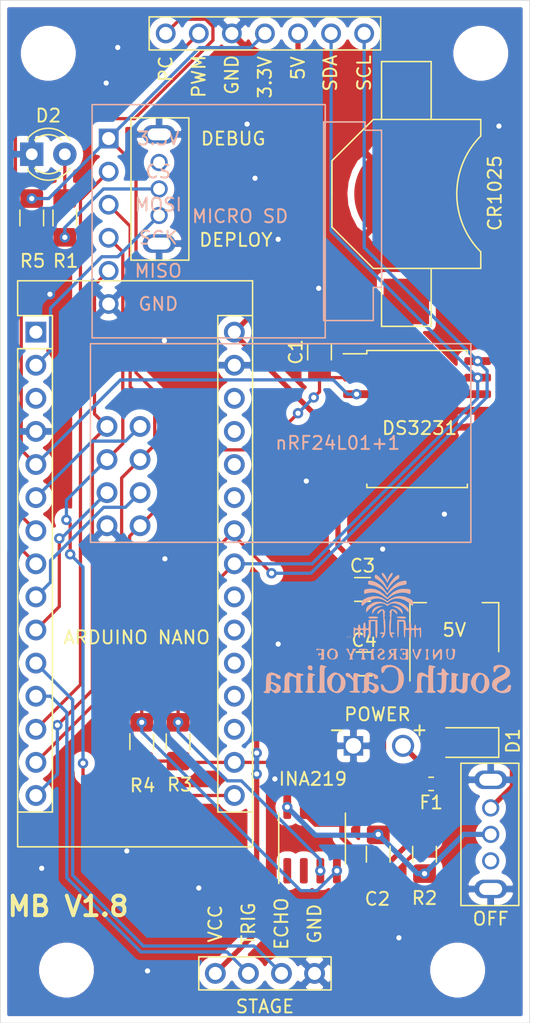
<source format=kicad_pcb>
(kicad_pcb (version 20171130) (host pcbnew "(5.1.6)-1")
  (layers (0 F.Cu signal) (31 B.Cu signal) (34 B.Paste user) (35 F.Paste user) (36 B.SilkS user) (37 F.SilkS user) (38 B.Mask user) (39 F.Mask user) (44 Edge.Cuts user))
  (net 0 "")
  (net 1 GND)
  (net 2 "Net-(D1-Pad2)")
  (net 3 "Net-(F1-Pad2)")
  (net 4 "Net-(switch1-Pad3)")
  (net 5 "Net-(BT1-Pad1)")
  (net 6 "Net-(U2-Pad1)")
  (net 7 "Net-(U2-Pad4)")
  (net 8 "Net-(A1-Pad1)")
  (net 9 "Net-(A1-Pad17)")
  (net 10 "Net-(A1-Pad2)")
  (net 11 "Net-(A1-Pad18)")
  (net 12 "Net-(A1-Pad3)")
  (net 13 "Net-(A1-Pad19)")
  (net 14 "Net-(A1-Pad20)")
  (net 15 "Net-(A1-Pad5)")
  (net 16 "Net-(A1-Pad21)")
  (net 17 "Net-(A1-Pad6)")
  (net 18 "Net-(A1-Pad22)")
  (net 19 "Net-(A1-Pad7)")
  (net 20 "Net-(A1-Pad23)")
  (net 21 "Net-(A1-Pad8)")
  (net 22 "Net-(A1-Pad24)")
  (net 23 "Net-(A1-Pad9)")
  (net 24 "Net-(A1-Pad25)")
  (net 25 "Net-(A1-Pad10)")
  (net 26 "Net-(A1-Pad26)")
  (net 27 "Net-(A1-Pad11)")
  (net 28 "Net-(A1-Pad27)")
  (net 29 "Net-(A1-Pad12)")
  (net 30 "Net-(A1-Pad28)")
  (net 31 "Net-(A1-Pad13)")
  (net 32 "Net-(A1-Pad14)")
  (net 33 "Net-(A1-Pad15)")
  (net 34 "Net-(A1-Pad16)")
  (net 35 "Net-(C2-Pad1)")
  (net 36 "Net-(C2-Pad2)")
  (net 37 "Net-(U3-Pad1)")
  (net 38 "Net-(U3-Pad2)")
  (net 39 "Net-(A1-Pad30)")
  (net 40 "Net-(D1-Pad1)")
  (net 41 "Net-(D2-Pad2)")
  (net 42 "Net-(R1-Pad1)")
  (net 43 "Net-(switch2-Pad3)")
  (module custom:small_microSD_v2 (layer F.Cu) (at 142.3035 88.9635 90)
    (fp_text reference "MICRO SD" (at 1.016 13.2715 180) (layer B.SilkS))
    (fp_text value small_microSD)
    (fp_text user MISO (at -3.175 6.985) (layer B.SilkS))
    (fp_text user CS (at 4.445 6.985) (layer B.SilkS))
    (fp_text user MOSI (at 1.905 6.985) (layer B.SilkS))
    (fp_text user 3.3V (at 6.985 6.985) (layer B.SilkS))
    (fp_text user SCK (at -0.635 6.985) (layer B.SilkS))
    (fp_text user GND (at -5.715 6.985) (layer B.SilkS))
    (pad 5 thru_hole circle (at -3.175 3.175 90) (size 1.524 1.524) (drill 1) (layers *.Cu *.Mask) (net 33 "Net-(A1-Pad15)"))
    (pad 2 thru_hole circle (at 4.445 3.175 90) (size 1.524 1.524) (drill 1) (layers *.Cu *.Mask) (net 31 "Net-(A1-Pad13)"))
    (pad 1 thru_hole rect (at 6.985 3.175 90) (size 1.524 1.524) (drill 1) (layers *.Cu *.Mask) (net 9 "Net-(A1-Pad17)"))
    (pad 3 thru_hole circle (at 1.905 3.175 90) (size 1.524 1.524) (drill 1) (layers *.Cu *.Mask) (net 32 "Net-(A1-Pad14)"))
    (pad 4 thru_hole circle (at -0.635 3.175 90) (size 1.524 1.524) (drill 1) (layers *.Cu *.Mask) (net 34 "Net-(A1-Pad16)"))
    (pad 6 thru_hole circle (at -5.715 3.175 90) (size 1.524 1.524) (drill 1) (layers *.Cu *.Mask) (net 1 GND))
  )
  (module ARTS-Lab:grounded_switch (layer F.Cu) (at 144.272 85.852 90)
    (fp_text reference switch2 hide)
    (fp_text value grounded_switch)
    (pad 1 thru_hole circle (at -2.032 5.08 90) (size 1.324 1.324) (drill 0.914) (layers *.Cu *.Mask) (net 10 "Net-(A1-Pad2)"))
    (pad 2 thru_hole circle (at 0 5.08 90) (size 1.324 1.324) (drill 0.914) (layers *.Cu *.Mask) (net 42 "Net-(R1-Pad1)"))
    (pad 3 thru_hole circle (at 2.032 5.08 90) (size 1.324 1.324) (drill 0.914) (layers *.Cu *.Mask) (net 43 "Net-(switch2-Pad3)"))
    (pad 4 thru_hole oval (at -4.191 5.08 180) (size 2.524 1.424) (drill oval 1.76 0.914) (layers *.Cu *.Mask) (net 1 GND))
    (pad 5 thru_hole oval (at 4.191 5.08 180) (size 2.524 1.424) (drill oval 1.76 0.914) (layers *.Cu *.Mask) (net 1 GND))
  )
  (module UofSC_logo:uofsc_logo_0_75in (layer B.Cu) (at 166.878 119.888 180)
    (fp_text reference G*** hide)
    (fp_text value LOGO hide)
  )
  (module MountingHole:MountingHole_3.2mm_M3 (layer F.Cu) (at 140.843 75.438)
    (fp_text reference REF** hide)
    (fp_text value MountingHole_3.2mm_M3)
    (pad 1 np_thru_hole circle (at 0 0) (size 3.2 3.2) (drill 3.2) (layers *.Cu *.Mask))
  )
  (module MountingHole:MountingHole_3.2mm_M3 (layer F.Cu) (at 172.2755 145.796)
    (fp_text reference REF** hide)
    (fp_text value MountingHole_3.2mm_M3)
    (pad 1 np_thru_hole circle (at 0 0) (size 3.2 3.2) (drill 3.2) (layers *.Cu *.Mask))
  )
  (module MountingHole:MountingHole_3.2mm_M3 (layer F.Cu) (at 174.0535 75.438)
    (fp_text reference REF** hide)
    (fp_text value MountingHole_3.2mm_M3)
    (pad 1 np_thru_hole circle (at 0 0) (size 3.2 3.2) (drill 3.2) (layers *.Cu *.Mask))
  )
  (module MountingHole:MountingHole_3.2mm_M3 (layer F.Cu) (at 142.24 145.796)
    (fp_text reference REF** hide)
    (fp_text value MountingHole_3.2mm_M3)
    (pad 1 np_thru_hole circle (at 0 0) (size 3.2 3.2) (drill 3.2) (layers *.Cu *.Mask))
  )
  (module Module:Arduino_Nano (layer F.Cu) (at 139.8905 96.8375)
    (fp_text reference "ARDUINO NANO" (at 7.747 23.4315) (layer F.SilkS))
    (fp_text value Arduino_Nano_v2.x-MCU_Module)
    (pad 1 thru_hole rect (at 0 0) (size 1.6 1.6) (drill 1) (layers *.Cu *.Mask) (net 8 "Net-(A1-Pad1)"))
    (pad 17 thru_hole oval (at 15.24 33.02) (size 1.6 1.6) (drill 1) (layers *.Cu *.Mask) (net 9 "Net-(A1-Pad17)"))
    (pad 2 thru_hole oval (at 0 2.54) (size 1.6 1.6) (drill 1) (layers *.Cu *.Mask) (net 10 "Net-(A1-Pad2)"))
    (pad 18 thru_hole oval (at 15.24 30.48) (size 1.6 1.6) (drill 1) (layers *.Cu *.Mask) (net 11 "Net-(A1-Pad18)"))
    (pad 3 thru_hole oval (at 0 5.08) (size 1.6 1.6) (drill 1) (layers *.Cu *.Mask) (net 12 "Net-(A1-Pad3)"))
    (pad 19 thru_hole oval (at 15.24 27.94) (size 1.6 1.6) (drill 1) (layers *.Cu *.Mask) (net 13 "Net-(A1-Pad19)"))
    (pad 4 thru_hole oval (at 0 7.62) (size 1.6 1.6) (drill 1) (layers *.Cu *.Mask) (net 1 GND))
    (pad 20 thru_hole oval (at 15.24 25.4) (size 1.6 1.6) (drill 1) (layers *.Cu *.Mask) (net 14 "Net-(A1-Pad20)"))
    (pad 5 thru_hole oval (at 0 10.16) (size 1.6 1.6) (drill 1) (layers *.Cu *.Mask) (net 15 "Net-(A1-Pad5)"))
    (pad 21 thru_hole oval (at 15.24 22.86) (size 1.6 1.6) (drill 1) (layers *.Cu *.Mask) (net 16 "Net-(A1-Pad21)"))
    (pad 6 thru_hole oval (at 0 12.7) (size 1.6 1.6) (drill 1) (layers *.Cu *.Mask) (net 17 "Net-(A1-Pad6)"))
    (pad 22 thru_hole oval (at 15.24 20.32) (size 1.6 1.6) (drill 1) (layers *.Cu *.Mask) (net 18 "Net-(A1-Pad22)"))
    (pad 7 thru_hole oval (at 0 15.24) (size 1.6 1.6) (drill 1) (layers *.Cu *.Mask) (net 19 "Net-(A1-Pad7)"))
    (pad 23 thru_hole oval (at 15.24 17.78) (size 1.6 1.6) (drill 1) (layers *.Cu *.Mask) (net 20 "Net-(A1-Pad23)"))
    (pad 8 thru_hole oval (at 0 17.78) (size 1.6 1.6) (drill 1) (layers *.Cu *.Mask) (net 21 "Net-(A1-Pad8)"))
    (pad 24 thru_hole oval (at 15.24 15.24) (size 1.6 1.6) (drill 1) (layers *.Cu *.Mask) (net 22 "Net-(A1-Pad24)"))
    (pad 9 thru_hole oval (at 0 20.32) (size 1.6 1.6) (drill 1) (layers *.Cu *.Mask) (net 23 "Net-(A1-Pad9)"))
    (pad 25 thru_hole oval (at 15.24 12.7) (size 1.6 1.6) (drill 1) (layers *.Cu *.Mask) (net 24 "Net-(A1-Pad25)"))
    (pad 10 thru_hole oval (at 0 22.86) (size 1.6 1.6) (drill 1) (layers *.Cu *.Mask) (net 25 "Net-(A1-Pad10)"))
    (pad 26 thru_hole oval (at 15.24 10.16) (size 1.6 1.6) (drill 1) (layers *.Cu *.Mask) (net 26 "Net-(A1-Pad26)"))
    (pad 11 thru_hole oval (at 0 25.4) (size 1.6 1.6) (drill 1) (layers *.Cu *.Mask) (net 27 "Net-(A1-Pad11)"))
    (pad 27 thru_hole oval (at 15.24 7.62) (size 1.6 1.6) (drill 1) (layers *.Cu *.Mask) (net 28 "Net-(A1-Pad27)"))
    (pad 12 thru_hole oval (at 0 27.94) (size 1.6 1.6) (drill 1) (layers *.Cu *.Mask) (net 29 "Net-(A1-Pad12)"))
    (pad 28 thru_hole oval (at 15.24 5.08) (size 1.6 1.6) (drill 1) (layers *.Cu *.Mask) (net 30 "Net-(A1-Pad28)"))
    (pad 13 thru_hole oval (at 0 30.48) (size 1.6 1.6) (drill 1) (layers *.Cu *.Mask) (net 31 "Net-(A1-Pad13)"))
    (pad 29 thru_hole oval (at 15.24 2.54) (size 1.6 1.6) (drill 1) (layers *.Cu *.Mask) (net 1 GND))
    (pad 14 thru_hole oval (at 0 33.02) (size 1.6 1.6) (drill 1) (layers *.Cu *.Mask) (net 32 "Net-(A1-Pad14)"))
    (pad 30 thru_hole oval (at 15.24 0) (size 1.6 1.6) (drill 1) (layers *.Cu *.Mask) (net 39 "Net-(A1-Pad30)"))
    (pad 15 thru_hole oval (at 0 35.56) (size 1.6 1.6) (drill 1) (layers *.Cu *.Mask) (net 33 "Net-(A1-Pad15)"))
    (pad 16 thru_hole oval (at 15.24 35.56) (size 1.6 1.6) (drill 1) (layers *.Cu *.Mask) (net 34 "Net-(A1-Pad16)"))
  )
  (module custom:battery_holder_10mm (layer F.Cu) (at 168.3385 86.233 270)
    (fp_text reference CR1025 (at -0.0635 -6.7945 90) (layer F.SilkS))
    (fp_text value Battery_Cell)
    (pad 1 smd rect (at 8.255 0 180) (size 3.5 3.5) (layers F.Cu F.Mask) (net 5 "Net-(BT1-Pad1)"))
    (pad 1 smd rect (at -8.255 0 180) (size 3.5 3.5) (layers F.Cu F.Mask) (net 5 "Net-(BT1-Pad1)"))
    (pad 2 smd circle (at 0 0 180) (size 8 8) (layers F.Cu F.Mask) (net 1 GND))
  )
  (module Capacitor_SMD:C_1206_3216Metric_Pad1.42x1.75mm_HandSolder (layer F.Cu) (at 161.671 98.3615 90)
    (fp_text reference C1 (at 0 -1.82 90) (layer F.SilkS))
    (fp_text value C)
    (pad 2 smd roundrect (at 1.4875 0 90) (size 1.425 1.75) (layers F.Cu F.Paste F.Mask) (roundrect_rratio 0.175439) (net 1 GND))
    (pad 1 smd roundrect (at -1.4875 0 90) (size 1.425 1.75) (layers F.Cu F.Paste F.Mask) (roundrect_rratio 0.175439) (net 9 "Net-(A1-Pad17)"))
  )
  (module Capacitor_SMD:C_1206_3216Metric_Pad1.42x1.75mm_HandSolder (layer F.Cu) (at 166.1795 136.906 270)
    (fp_text reference C2 (at 3.429 0.0635) (layer F.SilkS))
    (fp_text value C)
    (pad 1 smd roundrect (at -1.4875 0 270) (size 1.425 1.75) (layers F.Cu F.Paste F.Mask) (roundrect_rratio 0.175439) (net 35 "Net-(C2-Pad1)"))
    (pad 2 smd roundrect (at 1.4875 0 270) (size 1.425 1.75) (layers F.Cu F.Paste F.Mask) (roundrect_rratio 0.175439) (net 36 "Net-(C2-Pad2)"))
  )
  (module Capacitor_SMD:C_1206_3216Metric_Pad1.42x1.75mm_HandSolder (layer F.Cu) (at 164.973 116.586)
    (fp_text reference C3 (at 0 -1.82) (layer F.SilkS))
    (fp_text value C)
    (pad 1 smd roundrect (at -1.4875 0) (size 1.425 1.75) (layers F.Cu F.Paste F.Mask) (roundrect_rratio 0.175439) (net 1 GND))
    (pad 2 smd roundrect (at 1.4875 0) (size 1.425 1.75) (layers F.Cu F.Paste F.Mask) (roundrect_rratio 0.175439) (net 39 "Net-(A1-Pad30)"))
  )
  (module Capacitor_SMD:C_1206_3216Metric_Pad1.42x1.75mm_HandSolder (layer F.Cu) (at 165.1 122.301)
    (fp_text reference C4 (at 0 -1.82) (layer F.SilkS))
    (fp_text value C)
    (pad 2 smd roundrect (at 1.4875 0) (size 1.425 1.75) (layers F.Cu F.Paste F.Mask) (roundrect_rratio 0.175439) (net 36 "Net-(C2-Pad2)"))
    (pad 1 smd roundrect (at -1.4875 0) (size 1.425 1.75) (layers F.Cu F.Paste F.Mask) (roundrect_rratio 0.175439) (net 1 GND))
  )
  (module Diode_SMD:D_1206_3216Metric_Pad1.42x1.75mm_HandSolder (layer F.Cu) (at 172.974 128.3335 180)
    (fp_text reference D1 (at -3.556 0.127 90) (layer F.SilkS))
    (fp_text value D)
    (pad 1 smd roundrect (at -1.4875 0 180) (size 1.425 1.75) (layers F.Cu F.Paste F.Mask) (roundrect_rratio 0.175439) (net 40 "Net-(D1-Pad1)"))
    (pad 2 smd roundrect (at 1.4875 0 180) (size 1.425 1.75) (layers F.Cu F.Paste F.Mask) (roundrect_rratio 0.175439) (net 2 "Net-(D1-Pad2)"))
  )
  (module LED_THT:LED_D3.0mm (layer F.Cu) (at 139.573 83.185)
    (fp_text reference D2 (at 1.27 -2.96) (layer F.SilkS))
    (fp_text value LED)
    (pad 1 thru_hole rect (at 0 0) (size 1.8 1.8) (drill 0.9) (layers *.Cu *.Mask) (net 1 GND))
    (pad 2 thru_hole circle (at 2.54 0) (size 1.8 1.8) (drill 0.9) (layers *.Cu *.Mask) (net 41 "Net-(D2-Pad2)"))
  )
  (module Resistor_SMD:R_0603_1608Metric_Pad1.05x0.95mm_HandSolder (layer F.Cu) (at 170.2435 131.5085 180)
    (fp_text reference F1 (at 0 -1.43) (layer F.SilkS))
    (fp_text value Fuse)
    (pad 1 smd roundrect (at -0.875 0 180) (size 1.05 0.95) (layers F.Cu F.Paste F.Mask) (net 2 "Net-(D1-Pad2)"))
    (pad 2 smd roundrect (at 0.875 0 180) (size 1.05 0.95) (layers F.Cu F.Paste F.Mask) (net 3 "Net-(F1-Pad2)"))
  )
  (module custom:nRF24L01+ (layer F.Cu) (at 156.7815 105.3465 270)
    (fp_text reference nRF24L01+1 (at 0 -6.2865 180) (layer B.SilkS))
    (fp_text value nRF24L01+)
    (pad 3 thru_hole circle (at 1.27 8.89 270) (size 1.6 1.6) (drill 1) (layers *.Cu *.Mask) (net 32 "Net-(A1-Pad14)"))
    (pad 7 thru_hole circle (at 1.27 11.43 270) (size 1.6 1.6) (drill 1) (layers *.Cu *.Mask) (net 34 "Net-(A1-Pad16)"))
    (pad 5 thru_hole circle (at 6.35 11.43 270) (size 1.6 1.6) (drill 1) (layers *.Cu *.Mask) (net 1 GND))
    (pad 6 thru_hole circle (at 3.81 11.43 270) (size 1.6 1.6) (drill 1) (layers *.Cu *.Mask) (net 25 "Net-(A1-Pad10)"))
    (pad 2 thru_hole circle (at 3.81 8.89 270) (size 1.6 1.6) (drill 1) (layers *.Cu *.Mask) (net 23 "Net-(A1-Pad9)"))
    (pad 1 thru_hole circle (at 6.35 8.89 270) (size 1.6 1.6) (drill 1) (layers *.Cu *.Mask) (net 9 "Net-(A1-Pad17)"))
    (pad 4 thru_hole circle (at -1.27 8.89 270) (size 1.6 1.6) (drill 1) (layers *.Cu *.Mask) (net 17 "Net-(A1-Pad6)"))
    (pad 8 thru_hole circle (at -1.27 11.43 270) (size 1.6 1.6) (drill 1) (layers *.Cu *.Mask) (net 33 "Net-(A1-Pad15)"))
  )
  (module custom:XT60PW (layer F.Cu) (at 166.8145 126.0475)
    (fp_text reference POWER (at -0.6985 0.127) (layer F.SilkS))
    (fp_text value XP60PW)
    (fp_text user + (at 2.54 1.27) (layer F.SilkS))
    (fp_text user - (at -3.81 1.27) (layer F.SilkS))
    (pad 2 thru_hole circle (at 1.27 2.54) (size 1.7 1.7) (drill 1.2) (layers *.Cu *.Mask) (net 3 "Net-(F1-Pad2)"))
    (pad 1 thru_hole rect (at -2.54 2.54) (size 1.5 1.5) (drill 1.2) (layers *.Cu *.Mask) (net 1 GND))
  )
  (module Capacitor_SMD:C_1206_3216Metric_Pad1.42x1.75mm_HandSolder (layer F.Cu) (at 142.113 88.0745 90)
    (fp_text reference R1 (at -3.302 0.0635 180) (layer F.SilkS))
    (fp_text value 1k)
    (pad 1 smd roundrect (at -1.4875 0 90) (size 1.425 1.75) (layers F.Cu F.Paste F.Mask) (roundrect_rratio 0.175439) (net 42 "Net-(R1-Pad1)"))
    (pad 2 smd roundrect (at 1.4875 0 90) (size 1.425 1.75) (layers F.Cu F.Paste F.Mask) (roundrect_rratio 0.175439) (net 41 "Net-(D2-Pad2)"))
  )
  (module Resistor_SMD:R_1206_3216Metric_Pad1.42x1.75mm_HandSolder (layer F.Cu) (at 169.7355 136.906 90)
    (fp_text reference R2 (at -3.3655 0) (layer F.SilkS))
    (fp_text value Rs)
    (pad 2 smd roundrect (at 1.4875 0 90) (size 1.425 1.75) (layers F.Cu F.Paste F.Mask) (roundrect_rratio 0.175439) (net 36 "Net-(C2-Pad2)"))
    (pad 1 smd roundrect (at -1.4875 0 90) (size 1.425 1.75) (layers F.Cu F.Paste F.Mask) (roundrect_rratio 0.175439) (net 35 "Net-(C2-Pad1)"))
  )
  (module Capacitor_SMD:C_1206_3216Metric_Pad1.42x1.75mm_HandSolder (layer F.Cu) (at 150.8125 128.27 90)
    (fp_text reference R3 (at -3.302 0.127 180) (layer F.SilkS))
    (fp_text value 4.7k)
    (pad 1 smd roundrect (at -1.4875 0 90) (size 1.425 1.75) (layers F.Cu F.Paste F.Mask) (roundrect_rratio 0.175439) (net 9 "Net-(A1-Pad17)"))
    (pad 2 smd roundrect (at 1.4875 0 90) (size 1.425 1.75) (layers F.Cu F.Paste F.Mask) (roundrect_rratio 0.175439) (net 20 "Net-(A1-Pad23)"))
  )
  (module Capacitor_SMD:C_1206_3216Metric_Pad1.42x1.75mm_HandSolder (layer F.Cu) (at 148.0185 128.27 90)
    (fp_text reference R4 (at -3.3655 0.0635 180) (layer F.SilkS))
    (fp_text value 4.7k)
    (pad 2 smd roundrect (at 1.4875 0 90) (size 1.425 1.75) (layers F.Cu F.Paste F.Mask) (roundrect_rratio 0.175439) (net 22 "Net-(A1-Pad24)"))
    (pad 1 smd roundrect (at -1.4875 0 90) (size 1.425 1.75) (layers F.Cu F.Paste F.Mask) (roundrect_rratio 0.175439) (net 9 "Net-(A1-Pad17)"))
  )
  (module Resistor_SMD:R_1206_3216Metric_Pad1.42x1.75mm_HandSolder (layer F.Cu) (at 139.573 88.0745 90)
    (fp_text reference R5 (at -3.302 0.0635 180) (layer F.SilkS))
    (fp_text value 4.7k)
    (pad 1 smd roundrect (at -1.4875 0 90) (size 1.425 1.75) (layers F.Cu F.Paste F.Mask) (roundrect_rratio 0.175439) (net 15 "Net-(A1-Pad5)"))
    (pad 2 smd roundrect (at 1.4875 0 90) (size 1.425 1.75) (layers F.Cu F.Paste F.Mask) (roundrect_rratio 0.175439) (net 9 "Net-(A1-Pad17)"))
  )
  (module custom:grounded_switch (layer F.Cu) (at 179.8955 135.382 270)
    (fp_text reference switch1 hide)
    (fp_text value grounded_switch)
    (pad 1 thru_hole circle (at -2.032 5.08 270) (size 1.324 1.324) (drill 0.914) (layers *.Cu *.Mask) (net 40 "Net-(D1-Pad1)"))
    (pad 2 thru_hole circle (at 0 5.08 270) (size 1.324 1.324) (drill 0.914) (layers *.Cu *.Mask) (net 35 "Net-(C2-Pad1)"))
    (pad 3 thru_hole circle (at 2.032 5.08 270) (size 1.324 1.324) (drill 0.914) (layers *.Cu *.Mask) (net 4 "Net-(switch1-Pad3)"))
    (pad 4 thru_hole oval (at -4.191 5.08) (size 2.524 1.424) (drill oval 1.76 0.914) (layers *.Cu *.Mask) (net 1 GND))
    (pad 5 thru_hole oval (at 4.191 5.08) (size 2.524 1.424) (drill oval 1.76 0.914) (layers *.Cu *.Mask) (net 1 GND))
  )
  (module Package_SO:SOIC-16W_7.5x10.3mm_P1.27mm (layer F.Cu) (at 169.164 103.505)
    (fp_text reference DS3231 (at 0.1905 0.6985) (layer F.SilkS))
    (fp_text value DS3231M)
    (pad 1 smd roundrect (at -4.65 -4.445) (size 2.05 0.6) (layers F.Cu F.Paste F.Mask) (net 6 "Net-(U2-Pad1)"))
    (pad 2 smd roundrect (at -4.65 -3.175) (size 2.05 0.6) (layers F.Cu F.Paste F.Mask) (net 9 "Net-(A1-Pad17)"))
    (pad 3 smd roundrect (at -4.65 -1.905) (size 2.05 0.6) (layers F.Cu F.Paste F.Mask) (net 15 "Net-(A1-Pad5)"))
    (pad 4 smd roundrect (at -4.65 -0.635) (size 2.05 0.6) (layers F.Cu F.Paste F.Mask) (net 7 "Net-(U2-Pad4)"))
    (pad 5 smd roundrect (at -4.65 0.635) (size 2.05 0.6) (layers F.Cu F.Paste F.Mask) (net 1 GND))
    (pad 6 smd roundrect (at -4.65 1.905) (size 2.05 0.6) (layers F.Cu F.Paste F.Mask) (net 1 GND))
    (pad 7 smd roundrect (at -4.65 3.175) (size 2.05 0.6) (layers F.Cu F.Paste F.Mask) (net 1 GND))
    (pad 8 smd roundrect (at -4.65 4.445) (size 2.05 0.6) (layers F.Cu F.Paste F.Mask) (net 1 GND))
    (pad 9 smd roundrect (at 4.65 4.445) (size 2.05 0.6) (layers F.Cu F.Paste F.Mask) (net 1 GND))
    (pad 10 smd roundrect (at 4.65 3.175) (size 2.05 0.6) (layers F.Cu F.Paste F.Mask) (net 1 GND))
    (pad 11 smd roundrect (at 4.65 1.905) (size 2.05 0.6) (layers F.Cu F.Paste F.Mask) (net 1 GND))
    (pad 12 smd roundrect (at 4.65 0.635) (size 2.05 0.6) (layers F.Cu F.Paste F.Mask) (net 1 GND))
    (pad 13 smd roundrect (at 4.65 -0.635) (size 2.05 0.6) (layers F.Cu F.Paste F.Mask) (net 1 GND))
    (pad 14 smd roundrect (at 4.65 -1.905) (size 2.05 0.6) (layers F.Cu F.Paste F.Mask) (net 5 "Net-(BT1-Pad1)"))
    (pad 15 smd roundrect (at 4.65 -3.175) (size 2.05 0.6) (layers F.Cu F.Paste F.Mask) (net 20 "Net-(A1-Pad23)"))
    (pad 16 smd roundrect (at 4.65 -4.445) (size 2.05 0.6) (layers F.Cu F.Paste F.Mask) (net 22 "Net-(A1-Pad24)"))
  )
  (module Package_SO:SOIC-8_3.9x4.9mm_P1.27mm (layer F.Cu) (at 161.0995 135.6995 90)
    (fp_text reference INA219 (at 4.572 0.0635 180) (layer F.SilkS))
    (fp_text value INA219AxD)
    (pad 1 smd roundrect (at -2.475 -1.905 90) (size 1.95 0.6) (layers F.Cu F.Paste F.Mask) (net 37 "Net-(U3-Pad1)"))
    (pad 2 smd roundrect (at -2.475 -0.635 90) (size 1.95 0.6) (layers F.Cu F.Paste F.Mask) (net 38 "Net-(U3-Pad2)"))
    (pad 3 smd roundrect (at -2.475 0.635 90) (size 1.95 0.6) (layers F.Cu F.Paste F.Mask) (net 20 "Net-(A1-Pad23)"))
    (pad 4 smd roundrect (at -2.475 1.905 90) (size 1.95 0.6) (layers F.Cu F.Paste F.Mask) (net 22 "Net-(A1-Pad24)"))
    (pad 5 smd roundrect (at 2.475 1.905 90) (size 1.95 0.6) (layers F.Cu F.Paste F.Mask) (net 9 "Net-(A1-Pad17)"))
    (pad 6 smd roundrect (at 2.475 0.635 90) (size 1.95 0.6) (layers F.Cu F.Paste F.Mask) (net 1 GND))
    (pad 7 smd roundrect (at 2.475 -0.635 90) (size 1.95 0.6) (layers F.Cu F.Paste F.Mask) (net 36 "Net-(C2-Pad2)"))
    (pad 8 smd roundrect (at 2.475 -1.905 90) (size 1.95 0.6) (layers F.Cu F.Paste F.Mask) (net 35 "Net-(C2-Pad1)"))
  )
  (module Package_TO_SOT_SMD:SOT-223-3_TabPin2 (layer F.Cu) (at 172.0215 119.507 90)
    (fp_text reference 5V (at -0.1905 0 unlocked) (layer F.SilkS))
    (fp_text value KA78M05_TO252)
    (pad 2 smd rect (at 3.15 0 90) (size 2 3.8) (layers F.Cu F.Paste F.Mask) (net 1 GND))
    (pad 2 smd rect (at -3.15 0 90) (size 2 1.5) (layers F.Cu F.Paste F.Mask) (net 1 GND))
    (pad 3 smd rect (at -3.15 2.3 90) (size 2 1.5) (layers F.Cu F.Paste F.Mask) (net 39 "Net-(A1-Pad30)"))
    (pad 1 smd rect (at -3.15 -2.3 90) (size 2 1.5) (layers F.Cu F.Paste F.Mask) (net 36 "Net-(C2-Pad2)"))
  )
  (module custom:HCSR04 (layer F.Cu) (at 157.48 144.78)
    (fp_text reference STAGE (at 0 3.81) (layer F.SilkS))
    (fp_text value HCSR04)
    (fp_text user VCC (at -3.81 -2.54 90) (layer F.SilkS))
    (fp_text user TRIG (at -1.27 -2.54 90) (layer F.SilkS))
    (fp_text user ECHO (at 1.27 -2.54 90) (layer F.SilkS))
    (fp_text user GND (at 3.81 -2.54 90) (layer F.SilkS))
    (pad 1 thru_hole circle (at 3.81 1.27) (size 1.6 1.6) (drill 1) (layers *.Cu *.Mask) (net 1 GND))
    (pad 2 thru_hole circle (at 1.27 1.27) (size 1.6 1.6) (drill 1) (layers *.Cu *.Mask) (net 27 "Net-(A1-Pad11)"))
    (pad 3 thru_hole circle (at -1.27 1.27) (size 1.6 1.6) (drill 1) (layers *.Cu *.Mask) (net 29 "Net-(A1-Pad12)"))
    (pad 4 thru_hole circle (at -3.81 1.27) (size 1.6 1.6) (drill 1) (layers *.Cu *.Mask) (net 39 "Net-(A1-Pad30)"))
  )
  (module custom:top_rail_v2 (layer F.Cu) (at 160.02 76.454 180)
    (fp_text reference U1 hide)
    (fp_text value top_rail_v2)
    (fp_text user SCL (at -5.08 -0.508 90) (layer F.SilkS))
    (fp_text user SDA (at -2.4765 -0.508 90) (layer F.SilkS))
    (fp_text user 5V (at 0 -0.127 90) (layer F.SilkS))
    (fp_text user 3.3V (at 2.54 -0.8255 90) (layer F.SilkS))
    (fp_text user GND (at 5.08 -0.635 90) (layer F.SilkS))
    (fp_text user PWM (at 7.62 -0.762 90) (layer F.SilkS))
    (fp_text user PC (at 10.16 -0.1905 90) (layer F.SilkS))
    (pad 2 thru_hole circle (at -5.08 2.54 180) (size 1.524 1.524) (drill 1) (layers *.Cu *.Mask B.Paste) (net 22 "Net-(A1-Pad24)"))
    (pad 3 thru_hole circle (at -2.54 2.54 180) (size 1.524 1.524) (drill 1) (layers *.Cu *.Mask B.Paste) (net 20 "Net-(A1-Pad23)"))
    (pad 4 thru_hole circle (at 0 2.54 180) (size 1.524 1.524) (drill 1) (layers *.Cu *.Mask B.Paste) (net 39 "Net-(A1-Pad30)"))
    (pad 5 thru_hole circle (at 2.54 2.54 180) (size 1.524 1.524) (drill 1) (layers *.Cu *.Mask B.Paste) (net 9 "Net-(A1-Pad17)"))
    (pad 6 thru_hole circle (at 5.08 2.54 180) (size 1.524 1.524) (drill 1) (layers *.Cu *.Mask B.Paste) (net 1 GND))
    (pad 7 thru_hole circle (at 7.62 2.54 180) (size 1.524 1.524) (drill 1) (layers *.Cu *.Mask B.Paste) (net 21 "Net-(A1-Pad8)"))
    (pad 8 thru_hole circle (at 10.16 2.54 180) (size 1.524 1.524) (drill 1) (layers *.Cu *.Mask B.Paste) (net 19 "Net-(A1-Pad7)"))
  )
  (gr_text DEBUG (at 155.0416 81.9912) (layer F.SilkS) (effects (font (size 1 1))))
  (gr_text DEPLOY (at 155.2448 89.7636) (layer F.SilkS) (effects (font (size 1 1))))
  (gr_text OFF (at 174.8155 141.859) (layer F.SilkS) (effects (font (size 1 1))))
  (gr_text "MB V1.8" (at 142.367 140.9065) (layer F.SilkS) (effects (font (size 1.5 1.5) (thickness 0.3))))
  (gr_line (start 177.8 142.24) (end 177.8 78.74) (layer Edge.Cuts) (width 0.05))
  (gr_line (start 137.16 78.74) (end 137.16 71.374) (layer Edge.Cuts) (width 0.05))
  (gr_line (start 177.8 71.628) (end 177.8 71.374) (layer Edge.Cuts) (width 0.05))
  (gr_line (start 137.16 78.74) (end 137.16 142.24) (layer Edge.Cuts) (width 0.05))
  (gr_line (start 177.8 142.24) (end 177.8 149.86) (layer Edge.Cuts) (width 0.05))
  (gr_line (start 137.16 149.86) (end 137.16 142.24) (layer Edge.Cuts) (width 0.05))
  (gr_line (start 137.16 149.86) (end 177.8 149.86) (layer Edge.Cuts) (width 0.05))
  (gr_line (start 177.8 78.74) (end 177.8 71.628) (layer Edge.Cuts) (width 0.05))
  (gr_line (start 137.16 71.374) (end 177.8 71.374) (layer Edge.Cuts) (width 0.05))
  (via (at 160.655 108.2675) (size 0.8) (drill 0.4) (layers F.Cu B.Cu) (net 1))
  (via (at 171.2595 110.8075) (size 0.8) (drill 0.4) (layers F.Cu B.Cu) (net 1))
  (via (at 158.496 120.777) (size 0.8) (drill 0.4) (layers F.Cu B.Cu) (net 1))
  (via (at 149.7965 114.2365) (size 0.8) (drill 0.4) (layers F.Cu B.Cu) (net 1))
  (via (at 146.8755 136.652) (size 0.8) (drill 0.4) (layers F.Cu B.Cu) (net 1))
  (via (at 148.463 145.8595) (size 0.8) (drill 0.4) (layers F.Cu B.Cu) (net 1))
  (via (at 140.335 137.9855) (size 0.8) (drill 0.4) (layers F.Cu B.Cu) (net 1))
  (via (at 167.767 143.3195) (size 0.8) (drill 0.4) (layers F.Cu B.Cu) (net 1))
  (via (at 156.718 85.0265) (size 0.8) (drill 0.4) (layers F.Cu B.Cu) (net 1))
  (via (at 146.177 74.9935) (size 0.8) (drill 0.4) (layers F.Cu B.Cu) (net 1))
  (via (at 158.496 89.7128) (size 0.8) (drill 0.4) (layers F.Cu B.Cu) (net 1))
  (via (at 161.6075 93.472) (size 0.8) (drill 0.4) (layers F.Cu B.Cu) (net 1))
  (via (at 175.4505 81.026) (size 0.8) (drill 0.4) (layers F.Cu B.Cu) (net 1))
  (via (at 158.242 131.1275) (size 0.8) (drill 0.4) (layers F.Cu B.Cu) (net 1))
  (segment (start 161.7345 132.2495) (end 161.7345 133.2245) (width 0.4) (layer F.Cu) (net 1))
  (segment (start 158.242 131.1275) (end 160.6125 131.1275) (width 0.4) (layer F.Cu) (net 1))
  (segment (start 160.6125 131.1275) (end 161.7345 132.2495) (width 0.4) (layer F.Cu) (net 1))
  (via (at 149.7584 97.4852) (size 0.8) (drill 0.4) (layers F.Cu B.Cu) (net 1))
  (via (at 140.97 93.9292) (size 0.8) (drill 0.4) (layers F.Cu B.Cu) (net 1))
  (via (at 145.288 77.724) (size 0.8) (drill 0.4) (layers F.Cu B.Cu) (net 1))
  (via (at 156.1084 80.8736) (size 0.8) (drill 0.4) (layers F.Cu B.Cu) (net 1))
  (via (at 166.5224 113.4872) (size 0.8) (drill 0.4) (layers F.Cu B.Cu) (net 1))
  (via (at 152.4 139.4968) (size 0.8) (drill 0.4) (layers F.Cu B.Cu) (net 1))
  (segment (start 171.4865 131.1405) (end 171.1185 131.5085) (width 0.4) (layer F.Cu) (net 2))
  (segment (start 171.4865 128.3335) (end 171.4865 131.1405) (width 0.4) (layer F.Cu) (net 2))
  (segment (start 169.3685 129.8715) (end 168.0845 128.5875) (width 0.4) (layer F.Cu) (net 3))
  (segment (start 169.3685 131.5085) (end 169.3685 129.8715) (width 0.4) (layer F.Cu) (net 3))
  (segment (start 172.663501 90.162999) (end 168.3385 94.488) (width 0.25) (layer F.Cu) (net 5))
  (segment (start 172.663501 82.303001) (end 172.663501 90.162999) (width 0.25) (layer F.Cu) (net 5))
  (segment (start 168.3385 77.978) (end 172.663501 82.303001) (width 0.25) (layer F.Cu) (net 5))
  (segment (start 173.387232 101.6) (end 173.814 101.6) (width 0.25) (layer F.Cu) (net 5))
  (segment (start 168.3385 96.551268) (end 173.387232 101.6) (width 0.25) (layer F.Cu) (net 5))
  (segment (start 168.3385 94.488) (end 168.3385 96.551268) (width 0.25) (layer F.Cu) (net 5))
  (segment (start 150.9125 129.8575) (end 150.8125 129.7575) (width 0.25) (layer F.Cu) (net 9))
  (segment (start 155.1305 129.8575) (end 150.9125 129.8575) (width 0.25) (layer F.Cu) (net 9))
  (segment (start 150.8125 129.7575) (end 148.0185 129.7575) (width 0.25) (layer F.Cu) (net 9))
  (segment (start 162.152 100.33) (end 161.671 99.849) (width 0.25) (layer F.Cu) (net 9))
  (segment (start 164.514 100.33) (end 162.152 100.33) (width 0.25) (layer F.Cu) (net 9))
  (via (at 139.573 86.587) (size 0.8) (drill 0.4) (layers F.Cu B.Cu) (net 9))
  (segment (start 145.4785 81.9785) (end 140.87 86.587) (width 0.25) (layer B.Cu) (net 9))
  (segment (start 140.87 86.587) (end 139.573 86.587) (width 0.25) (layer B.Cu) (net 9))
  (segment (start 163.0045 132.2495) (end 163.0045 133.2245) (width 0.25) (layer F.Cu) (net 9))
  (segment (start 160.6125 129.8575) (end 163.0045 132.2495) (width 0.25) (layer F.Cu) (net 9))
  (segment (start 155.1305 129.8575) (end 160.6125 129.8575) (width 0.25) (layer F.Cu) (net 9))
  (via (at 161.2265 101.854) (size 0.8) (drill 0.4) (layers F.Cu B.Cu) (net 9))
  (segment (start 161.671 99.849) (end 161.671 101.4095) (width 0.25) (layer F.Cu) (net 9))
  (segment (start 161.671 101.4095) (end 161.2265 101.854) (width 0.25) (layer F.Cu) (net 9))
  (via (at 160.02 103.0605) (size 0.8) (drill 0.4) (layers F.Cu B.Cu) (net 9))
  (segment (start 161.2265 101.854) (end 160.02 103.0605) (width 0.25) (layer B.Cu) (net 9))
  (segment (start 157.208001 105.872499) (end 153.715501 105.872499) (width 0.25) (layer F.Cu) (net 9))
  (segment (start 160.02 103.0605) (end 157.208001 105.872499) (width 0.25) (layer F.Cu) (net 9))
  (segment (start 153.715501 105.872499) (end 153.63825 105.94975) (width 0.25) (layer F.Cu) (net 9))
  (segment (start 153.63825 105.94975) (end 147.8915 111.6965) (width 0.25) (layer F.Cu) (net 9))
  (segment (start 147.091501 125.808809) (end 146.81849 126.08182) (width 0.25) (layer F.Cu) (net 9))
  (segment (start 147.091501 112.496499) (end 147.091501 125.808809) (width 0.25) (layer F.Cu) (net 9))
  (segment (start 146.81849 128.55749) (end 148.0185 129.7575) (width 0.25) (layer F.Cu) (net 9))
  (segment (start 146.81849 126.08182) (end 146.81849 128.55749) (width 0.25) (layer F.Cu) (net 9))
  (segment (start 147.8915 111.6965) (end 147.091501 112.496499) (width 0.25) (layer F.Cu) (net 9))
  (segment (start 153.57475 105.94975) (end 153.63825 105.94975) (width 0.25) (layer F.Cu) (net 9))
  (segment (start 147.57951 99.95451) (end 153.57475 105.94975) (width 0.25) (layer F.Cu) (net 9))
  (segment (start 147.57951 84.07951) (end 147.57951 99.95451) (width 0.25) (layer F.Cu) (net 9))
  (segment (start 145.4785 81.9785) (end 147.57951 84.07951) (width 0.25) (layer F.Cu) (net 9))
  (segment (start 152.455999 75.001001) (end 145.4785 81.9785) (width 0.25) (layer B.Cu) (net 9))
  (segment (start 156.392999 75.001001) (end 152.455999 75.001001) (width 0.25) (layer B.Cu) (net 9))
  (segment (start 157.48 73.914) (end 156.392999 75.001001) (width 0.25) (layer B.Cu) (net 9))
  (segment (start 141.015501 98.252499) (end 139.8905 99.3775) (width 0.25) (layer B.Cu) (net 10))
  (segment (start 141.015501 94.992737) (end 141.015501 98.252499) (width 0.25) (layer B.Cu) (net 10))
  (segment (start 146.184501 91.051499) (end 144.956739 91.051499) (width 0.25) (layer B.Cu) (net 10))
  (segment (start 144.956739 91.051499) (end 141.015501 94.992737) (width 0.25) (layer B.Cu) (net 10))
  (segment (start 149.352 87.884) (end 146.184501 91.051499) (width 0.25) (layer B.Cu) (net 10))
  (segment (start 138.765499 105.872499) (end 139.8905 106.9975) (width 0.25) (layer F.Cu) (net 15))
  (segment (start 138.765499 90.369501) (end 138.765499 105.872499) (width 0.25) (layer F.Cu) (net 15))
  (segment (start 139.573 89.562) (end 138.765499 90.369501) (width 0.25) (layer F.Cu) (net 15))
  (segment (start 146.385499 100.502501) (end 162.732501 100.502501) (width 0.25) (layer B.Cu) (net 15))
  (segment (start 139.8905 106.9975) (end 146.385499 100.502501) (width 0.25) (layer B.Cu) (net 15))
  (segment (start 162.732501 100.502501) (end 163.83 101.6) (width 0.25) (layer B.Cu) (net 15))
  (via (at 164.514 101.6) (size 0.8) (drill 0.4) (layers F.Cu B.Cu) (net 15))
  (segment (start 163.83 101.6) (end 164.514 101.6) (width 0.25) (layer B.Cu) (net 15))
  (segment (start 144.226499 105.201501) (end 139.8905 109.5375) (width 0.25) (layer B.Cu) (net 17))
  (segment (start 146.766499 105.201501) (end 144.226499 105.201501) (width 0.25) (layer B.Cu) (net 17))
  (segment (start 147.8915 104.0765) (end 146.766499 105.201501) (width 0.25) (layer B.Cu) (net 17))
  (segment (start 152.921761 72.826999) (end 150.947001 72.826999) (width 0.25) (layer F.Cu) (net 19))
  (segment (start 153.487001 74.435761) (end 153.487001 73.392239) (width 0.25) (layer F.Cu) (net 19))
  (segment (start 147.468261 80.454501) (end 153.487001 74.435761) (width 0.25) (layer F.Cu) (net 19))
  (segment (start 139.572999 80.454501) (end 147.468261 80.454501) (width 0.25) (layer F.Cu) (net 19))
  (segment (start 138.315489 81.712011) (end 139.572999 80.454501) (width 0.25) (layer F.Cu) (net 19))
  (segment (start 150.947001 72.826999) (end 149.86 73.914) (width 0.25) (layer F.Cu) (net 19))
  (segment (start 153.487001 73.392239) (end 152.921761 72.826999) (width 0.25) (layer F.Cu) (net 19))
  (segment (start 138.315489 110.502489) (end 138.315489 81.712011) (width 0.25) (layer F.Cu) (net 19))
  (segment (start 139.8905 112.0775) (end 138.315489 110.502489) (width 0.25) (layer F.Cu) (net 19))
  (segment (start 150.8125 118.9355) (end 155.1305 114.6175) (width 0.25) (layer F.Cu) (net 20))
  (segment (start 150.8125 126.7825) (end 150.8125 118.9355) (width 0.25) (layer F.Cu) (net 20))
  (via (at 173.814 100.33) (size 0.8) (drill 0.4) (layers F.Cu B.Cu) (net 20))
  (segment (start 162.56 73.8505) (end 162.56 89.076) (width 0.25) (layer B.Cu) (net 20))
  (segment (start 162.56 89.076) (end 173.814 100.33) (width 0.25) (layer B.Cu) (net 20))
  (segment (start 173.814 100.33) (end 173.814 101.903) (width 0.25) (layer B.Cu) (net 20))
  (segment (start 161.0995 114.6175) (end 155.1305 114.6175) (width 0.25) (layer B.Cu) (net 20))
  (segment (start 173.814 101.903) (end 161.0995 114.6175) (width 0.25) (layer B.Cu) (net 20))
  (via (at 150.8125 126.7825) (size 0.8) (drill 0.4) (layers F.Cu B.Cu) (net 20))
  (via (at 161.7345 138.1745) (size 0.8) (drill 0.4) (layers F.Cu B.Cu) (net 20))
  (segment (start 150.8125 126.7825) (end 150.8125 127.495) (width 0.25) (layer B.Cu) (net 20))
  (segment (start 150.8125 127.495) (end 154.589999 131.272499) (width 0.25) (layer B.Cu) (net 20))
  (segment (start 154.589999 131.272499) (end 155.670501 131.272499) (width 0.25) (layer B.Cu) (net 20))
  (segment (start 161.7345 137.336498) (end 161.7345 138.1745) (width 0.25) (layer B.Cu) (net 20))
  (segment (start 155.670501 131.272499) (end 161.7345 137.336498) (width 0.25) (layer B.Cu) (net 20))
  (segment (start 137.865479 109.721021) (end 137.8585 109.728) (width 0.25) (layer F.Cu) (net 21))
  (segment (start 137.8585 112.5855) (end 139.8905 114.6175) (width 0.25) (layer F.Cu) (net 21))
  (segment (start 137.865479 81.525611) (end 137.865479 109.721021) (width 0.25) (layer F.Cu) (net 21))
  (segment (start 139.386599 80.004491) (end 137.865479 81.525611) (width 0.25) (layer F.Cu) (net 21))
  (segment (start 137.8585 109.728) (end 137.8585 112.5855) (width 0.25) (layer F.Cu) (net 21))
  (segment (start 146.309509 80.004491) (end 144.658509 80.004491) (width 0.25) (layer F.Cu) (net 21))
  (segment (start 152.4 73.914) (end 146.309509 80.004491) (width 0.25) (layer F.Cu) (net 21))
  (segment (start 145.6096 80.00449) (end 144.658509 80.004491) (width 0.25) (layer F.Cu) (net 21))
  (segment (start 144.658509 80.004491) (end 139.386599 80.004491) (width 0.25) (layer F.Cu) (net 21))
  (segment (start 148.0185 119.1895) (end 155.1305 112.0775) (width 0.25) (layer F.Cu) (net 22))
  (segment (start 148.0185 126.7825) (end 148.0185 126.7825) (width 0.25) (layer F.Cu) (net 22))
  (via (at 173.814 99.06) (size 0.8) (drill 0.4) (layers F.Cu B.Cu) (net 22))
  (segment (start 165.1 73.8505) (end 165.1 90.346) (width 0.25) (layer B.Cu) (net 22))
  (segment (start 165.1 90.346) (end 173.814 99.06) (width 0.25) (layer B.Cu) (net 22))
  (via (at 157.988 115.3425) (size 0.8) (drill 0.4) (layers F.Cu B.Cu) (net 22))
  (segment (start 161.01091 115.3425) (end 157.988 115.3425) (width 0.25) (layer B.Cu) (net 22))
  (segment (start 174.539001 101.814409) (end 161.01091 115.3425) (width 0.25) (layer B.Cu) (net 22))
  (segment (start 173.814 99.06) (end 174.539001 99.785001) (width 0.25) (layer B.Cu) (net 22))
  (segment (start 174.539001 99.785001) (end 174.539001 101.814409) (width 0.25) (layer B.Cu) (net 22))
  (segment (start 155.1305 112.485) (end 155.1305 112.0775) (width 0.25) (layer F.Cu) (net 22))
  (segment (start 157.988 115.3425) (end 155.1305 112.485) (width 0.25) (layer F.Cu) (net 22))
  (segment (start 148.0185 126.7825) (end 148.0185 119.1895) (width 0.25) (layer F.Cu) (net 22))
  (via (at 148.0185 126.7825) (size 0.8) (drill 0.4) (layers F.Cu B.Cu) (net 22))
  (segment (start 148.0185 127.495) (end 160.2235 139.7) (width 0.25) (layer B.Cu) (net 22))
  (segment (start 148.0185 126.7825) (end 148.0185 127.495) (width 0.25) (layer B.Cu) (net 22))
  (via (at 163.0045 138.1745) (size 0.8) (drill 0.4) (layers F.Cu B.Cu) (net 22))
  (segment (start 160.2235 139.7) (end 161.479 139.7) (width 0.25) (layer B.Cu) (net 22))
  (segment (start 161.479 139.7) (end 163.0045 138.1745) (width 0.25) (layer B.Cu) (net 22))
  (segment (start 141.015501 116.032499) (end 139.8905 117.1575) (width 0.25) (layer B.Cu) (net 23))
  (segment (start 145.101497 110.281501) (end 141.015501 114.367497) (width 0.25) (layer B.Cu) (net 23))
  (segment (start 146.766499 110.281501) (end 145.101497 110.281501) (width 0.25) (layer B.Cu) (net 23))
  (segment (start 141.015501 114.367497) (end 141.015501 116.032499) (width 0.25) (layer B.Cu) (net 23))
  (segment (start 147.8915 109.1565) (end 146.766499 110.281501) (width 0.25) (layer B.Cu) (net 23))
  (via (at 141.688596 112.669096) (size 0.8) (drill 0.4) (layers F.Cu B.Cu) (net 25))
  (segment (start 145.3515 109.1565) (end 141.838904 112.669096) (width 0.25) (layer B.Cu) (net 25))
  (segment (start 141.838904 112.669096) (end 141.688596 112.669096) (width 0.25) (layer B.Cu) (net 25))
  (segment (start 141.688596 117.899404) (end 139.8905 119.6975) (width 0.25) (layer F.Cu) (net 25))
  (segment (start 141.688596 112.669096) (end 141.688596 117.899404) (width 0.25) (layer F.Cu) (net 25))
  (segment (start 139.8905 122.2375) (end 142.716511 125.063511) (width 0.25) (layer B.Cu) (net 27))
  (segment (start 142.716511 125.063511) (end 142.716511 138.524101) (width 0.25) (layer B.Cu) (net 27))
  (segment (start 142.716511 138.524101) (end 148.1414 143.94899) (width 0.25) (layer B.Cu) (net 27))
  (segment (start 156.64899 143.94899) (end 158.75 146.05) (width 0.25) (layer B.Cu) (net 27))
  (segment (start 148.1414 143.94899) (end 156.64899 143.94899) (width 0.25) (layer B.Cu) (net 27))
  (segment (start 139.8905 124.7775) (end 141.02187 124.7775) (width 0.25) (layer B.Cu) (net 29))
  (segment (start 141.02187 124.7775) (end 142.266501 126.022131) (width 0.25) (layer B.Cu) (net 29))
  (segment (start 156.21 146.05) (end 154.559 144.399) (width 0.25) (layer B.Cu) (net 29))
  (segment (start 154.559 144.399) (end 147.955 144.399) (width 0.25) (layer B.Cu) (net 29))
  (segment (start 142.266501 138.710501) (end 142.266501 132.243999) (width 0.25) (layer B.Cu) (net 29))
  (segment (start 142.266501 126.022131) (end 142.266501 132.243999) (width 0.25) (layer B.Cu) (net 29))
  (segment (start 147.955 144.399) (end 142.266501 138.710501) (width 0.25) (layer B.Cu) (net 29))
  (segment (start 142.266501 132.243999) (end 142.266501 136.244499) (width 0.25) (layer B.Cu) (net 29))
  (segment (start 143.31301 86.68399) (end 143.31301 123.89499) (width 0.25) (layer F.Cu) (net 31))
  (segment (start 143.31301 123.89499) (end 139.8905 127.3175) (width 0.25) (layer F.Cu) (net 31))
  (segment (start 145.4785 84.5185) (end 143.31301 86.68399) (width 0.25) (layer F.Cu) (net 31))
  (segment (start 149.016501 105.491499) (end 147.8915 106.6165) (width 0.25) (layer F.Cu) (net 32))
  (segment (start 146.476501 123.271499) (end 139.8905 129.8575) (width 0.25) (layer F.Cu) (net 32))
  (segment (start 146.476501 108.031499) (end 146.476501 123.271499) (width 0.25) (layer F.Cu) (net 32))
  (segment (start 147.8915 106.6165) (end 146.476501 108.031499) (width 0.25) (layer F.Cu) (net 32))
  (segment (start 149.016501 105.491499) (end 149.016501 102.915501) (width 0.25) (layer F.Cu) (net 32))
  (segment (start 147.1295 101.0285) (end 147.1295 88.7095) (width 0.25) (layer F.Cu) (net 32))
  (segment (start 149.016501 102.915501) (end 147.1295 101.0285) (width 0.25) (layer F.Cu) (net 32))
  (segment (start 145.4785 87.0585) (end 147.1295 88.7095) (width 0.25) (layer F.Cu) (net 32))
  (segment (start 144.391499 103.116499) (end 145.3515 104.0765) (width 0.25) (layer F.Cu) (net 33))
  (via (at 141.5415 127) (size 0.8) (drill 0.4) (layers F.Cu B.Cu) (net 33))
  (segment (start 145.3515 104.0765) (end 144.226499 105.201501) (width 0.25) (layer F.Cu) (net 33))
  (segment (start 144.226499 124.315001) (end 141.5415 127) (width 0.25) (layer F.Cu) (net 33))
  (segment (start 144.226499 105.201501) (end 144.226499 124.315001) (width 0.25) (layer F.Cu) (net 33))
  (segment (start 141.5415 130.7465) (end 139.8905 132.3975) (width 0.25) (layer B.Cu) (net 33))
  (segment (start 141.5415 127) (end 141.5415 130.7465) (width 0.25) (layer B.Cu) (net 33))
  (segment (start 144.391499 93.225501) (end 144.391499 103.116499) (width 0.25) (layer F.Cu) (net 33))
  (segment (start 145.4785 92.1385) (end 144.391499 93.225501) (width 0.25) (layer F.Cu) (net 33))
  (segment (start 146.565501 105.402499) (end 145.3515 106.6165) (width 0.25) (layer F.Cu) (net 34))
  (via (at 142.235347 111.247347) (size 0.8) (drill 0.4) (layers F.Cu B.Cu) (net 34))
  (segment (start 145.3515 106.6165) (end 142.235347 109.732653) (width 0.25) (layer B.Cu) (net 34))
  (segment (start 142.235347 109.732653) (end 142.235347 111.247347) (width 0.25) (layer B.Cu) (net 34))
  (via (at 142.523402 113.884902) (size 0.8) (drill 0.4) (layers F.Cu B.Cu) (net 34))
  (segment (start 142.235347 111.247347) (end 142.523402 111.535402) (width 0.25) (layer F.Cu) (net 34))
  (segment (start 142.523402 111.535402) (end 142.523402 113.884902) (width 0.25) (layer F.Cu) (net 34))
  (via (at 143.51 129.921) (size 0.8) (drill 0.4) (layers F.Cu B.Cu) (net 34))
  (segment (start 142.523402 113.884902) (end 143.51 114.8715) (width 0.25) (layer B.Cu) (net 34))
  (segment (start 143.51 114.8715) (end 143.51 129.921) (width 0.25) (layer B.Cu) (net 34))
  (segment (start 143.51 129.921) (end 143.51 130.81) (width 0.25) (layer F.Cu) (net 34))
  (segment (start 145.0975 132.3975) (end 155.1305 132.3975) (width 0.25) (layer F.Cu) (net 34))
  (segment (start 143.51 130.81) (end 145.0975 132.3975) (width 0.25) (layer F.Cu) (net 34))
  (segment (start 146.565501 90.685501) (end 146.565501 105.402499) (width 0.25) (layer F.Cu) (net 34))
  (segment (start 145.4785 89.5985) (end 146.565501 90.685501) (width 0.25) (layer F.Cu) (net 34))
  (via (at 166.1795 135.382) (size 0.8) (drill 0.4) (layers F.Cu B.Cu) (net 35))
  (via (at 159.1945 133.2865) (size 0.8) (drill 0.4) (layers F.Cu B.Cu) (net 35))
  (segment (start 169.418 138.711) (end 169.7355 138.3935) (width 0.25) (layer F.Cu) (net 35))
  (segment (start 159.1945 133.2865) (end 161.3535 135.4455) (width 0.4) (layer B.Cu) (net 35))
  (segment (start 166.116 135.4455) (end 166.1795 135.382) (width 0.4) (layer B.Cu) (net 35))
  (segment (start 161.3535 135.4455) (end 166.116 135.4455) (width 0.4) (layer B.Cu) (net 35))
  (segment (start 169.7355 138.3935) (end 169.7355 138.3935) (width 0.25) (layer F.Cu) (net 35))
  (via (at 169.7355 138.3935) (size 0.8) (drill 0.4) (layers F.Cu B.Cu) (net 35))
  (segment (start 169.191 138.3935) (end 169.7355 138.3935) (width 0.4) (layer B.Cu) (net 35))
  (segment (start 166.1795 135.382) (end 169.191 138.3935) (width 0.4) (layer B.Cu) (net 35))
  (segment (start 172.747 135.382) (end 169.7355 138.3935) (width 0.4) (layer B.Cu) (net 35))
  (segment (start 174.8155 135.382) (end 172.747 135.382) (width 0.4) (layer B.Cu) (net 35))
  (segment (start 166.9435 122.657) (end 166.5875 122.301) (width 0.4) (layer F.Cu) (net 36))
  (segment (start 169.7215 122.657) (end 166.9435 122.657) (width 0.4) (layer F.Cu) (net 36))
  (segment (start 160.4645 133.707334) (end 160.4645 133.2245) (width 0.4) (layer F.Cu) (net 36))
  (segment (start 161.356676 134.59951) (end 160.4645 133.707334) (width 0.4) (layer F.Cu) (net 36))
  (segment (start 163.382324 134.59951) (end 161.356676 134.59951) (width 0.4) (layer F.Cu) (net 36))
  (segment (start 166.5875 131.394334) (end 163.382324 134.59951) (width 0.4) (layer F.Cu) (net 36))
  (segment (start 166.5875 122.301) (end 166.5875 131.394334) (width 0.4) (layer F.Cu) (net 36))
  (segment (start 163.382324 135.596324) (end 163.382324 134.59951) (width 0.4) (layer F.Cu) (net 36))
  (segment (start 166.1795 138.3935) (end 163.382324 135.596324) (width 0.4) (layer F.Cu) (net 36))
  (segment (start 169.1545 135.4185) (end 166.1795 138.3935) (width 0.4) (layer F.Cu) (net 36))
  (segment (start 169.7355 135.4185) (end 169.1545 135.4185) (width 0.4) (layer F.Cu) (net 36))
  (via (at 156.845 130.7465) (size 0.8) (drill 0.4) (layers F.Cu B.Cu) (net 39))
  (segment (start 153.67 146.05) (end 156.845 142.875) (width 0.4) (layer F.Cu) (net 39))
  (segment (start 156.845 142.875) (end 156.845 130.7465) (width 0.4) (layer F.Cu) (net 39))
  (via (at 156.845 129.1325) (size 0.8) (drill 0.4) (layers F.Cu B.Cu) (net 39))
  (segment (start 156.845 130.7465) (end 156.845 129.1325) (width 0.4) (layer B.Cu) (net 39))
  (segment (start 160.02 91.948) (end 155.1305 96.8375) (width 0.4) (layer F.Cu) (net 39))
  (segment (start 160.02 73.914) (end 160.02 91.948) (width 0.4) (layer F.Cu) (net 39))
  (segment (start 163.08899 113.21449) (end 166.4605 116.586) (width 0.4) (layer F.Cu) (net 39))
  (segment (start 163.08899 104.945488) (end 163.08899 113.21449) (width 0.4) (layer F.Cu) (net 39))
  (segment (start 155.1305 96.986998) (end 163.08899 104.945488) (width 0.4) (layer F.Cu) (net 39))
  (segment (start 155.1305 96.8375) (end 155.1305 96.986998) (width 0.4) (layer F.Cu) (net 39))
  (segment (start 174.3215 122.486998) (end 174.3215 122.657) (width 0.4) (layer F.Cu) (net 39))
  (segment (start 168.420502 116.586) (end 174.3215 122.486998) (width 0.4) (layer F.Cu) (net 39))
  (segment (start 166.4605 116.586) (end 168.420502 116.586) (width 0.4) (layer F.Cu) (net 39))
  (segment (start 156.845 127.061744) (end 166.4605 117.446244) (width 0.4) (layer F.Cu) (net 39))
  (segment (start 166.4605 117.446244) (end 166.4605 116.586) (width 0.4) (layer F.Cu) (net 39))
  (segment (start 156.845 129.1325) (end 156.845 127.061744) (width 0.4) (layer F.Cu) (net 39))
  (segment (start 176.47751 131.68799) (end 174.8155 133.35) (width 0.4) (layer F.Cu) (net 40))
  (segment (start 176.47751 130.34951) (end 176.47751 131.68799) (width 0.4) (layer F.Cu) (net 40))
  (segment (start 174.4615 128.3335) (end 176.47751 130.34951) (width 0.4) (layer F.Cu) (net 40))
  (segment (start 142.113 83.185) (end 142.113 86.587) (width 0.25) (layer F.Cu) (net 41))
  (segment (start 142.113 88.815238) (end 142.113 89.562) (width 0.25) (layer B.Cu) (net 42))
  (segment (start 145.076238 85.852) (end 142.113 88.815238) (width 0.25) (layer B.Cu) (net 42))
  (via (at 142.113 89.562) (size 0.8) (drill 0.4) (layers F.Cu B.Cu) (net 42))
  (segment (start 149.352 85.852) (end 145.076238 85.852) (width 0.25) (layer B.Cu) (net 42))
  (zone (net 1) (net_name GND) (layer F.Cu) (connect_pads (clearance 0.508)) (min_thickness 0.254) (fill yes (arc_segments 32) (thermal_gap 0.508) (thermal_bridge_width 0.508))
    (polygon (pts (xy 177.8 149.86) (xy 137.16 149.86) (xy 137.16 71.374) (xy 177.8 71.374)))
  )
  (zone (net 1) (net_name GND) (layer B.Cu) (connect_pads (clearance 0.508)) (min_thickness 0.254) (fill yes (arc_segments 32) (thermal_gap 0.508) (thermal_bridge_width 0.508))
    (polygon (pts (xy 177.8 149.86) (xy 137.16 149.86) (xy 137.16 71.374) (xy 177.8 71.374)))
  )
)
</source>
